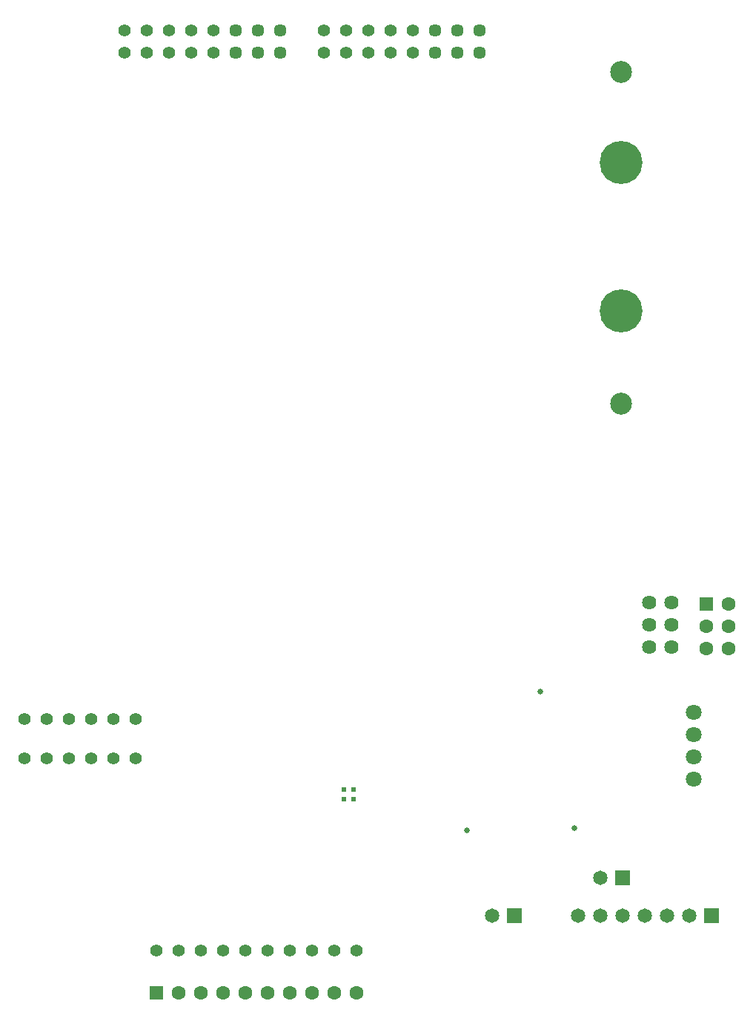
<source format=gbs>
G04*
G04 #@! TF.GenerationSoftware,Altium Limited,Altium Designer,18.1.9 (240)*
G04*
G04 Layer_Color=16711935*
%FSLAX24Y24*%
%MOIN*%
G70*
G01*
G75*
%ADD57C,0.0560*%
%ADD58C,0.0570*%
%ADD59C,0.0640*%
%ADD60C,0.1930*%
%ADD61C,0.0985*%
%ADD62R,0.0650X0.0650*%
%ADD63C,0.0650*%
%ADD64C,0.0630*%
%ADD65R,0.0630X0.0630*%
%ADD66R,0.0630X0.0630*%
%ADD67C,0.0709*%
%ADD68C,0.0239*%
%ADD69C,0.0249*%
D57*
X10988Y38990D02*
D03*
Y37990D02*
D03*
X11988Y38990D02*
D03*
Y37990D02*
D03*
X12988Y38990D02*
D03*
Y37990D02*
D03*
X13988Y38990D02*
D03*
Y37990D02*
D03*
X14988Y38990D02*
D03*
Y37990D02*
D03*
X12402Y-2362D02*
D03*
X13402D02*
D03*
X14402D02*
D03*
X15402D02*
D03*
X16402D02*
D03*
X17402D02*
D03*
X18402D02*
D03*
X19402D02*
D03*
X20402D02*
D03*
X21402D02*
D03*
X19958Y38990D02*
D03*
Y37990D02*
D03*
X20958Y38990D02*
D03*
Y37990D02*
D03*
X21958Y38990D02*
D03*
Y37990D02*
D03*
X22958Y38990D02*
D03*
Y37990D02*
D03*
X23958Y38990D02*
D03*
Y37990D02*
D03*
X6470Y8040D02*
D03*
X7470D02*
D03*
X8470D02*
D03*
X9470D02*
D03*
X10470D02*
D03*
X11470D02*
D03*
X6472Y6280D02*
D03*
X7472D02*
D03*
X8472D02*
D03*
X9472D02*
D03*
X10472D02*
D03*
X11472D02*
D03*
D58*
X15988Y38990D02*
D03*
Y37990D02*
D03*
X16988Y38990D02*
D03*
Y37990D02*
D03*
X17988Y38990D02*
D03*
Y37990D02*
D03*
X24958Y38990D02*
D03*
Y37990D02*
D03*
X25958Y38990D02*
D03*
Y37990D02*
D03*
X26958Y38990D02*
D03*
Y37990D02*
D03*
D59*
X35585Y13270D02*
D03*
X34585D02*
D03*
X35585Y12270D02*
D03*
X34585D02*
D03*
X35585Y11270D02*
D03*
X34585D02*
D03*
D60*
X33331Y33048D02*
D03*
Y26374D02*
D03*
D61*
Y22230D02*
D03*
X33331Y37116D02*
D03*
D62*
X28500Y-790D02*
D03*
X33390Y910D02*
D03*
X37390Y-790D02*
D03*
D63*
X27500D02*
D03*
X32390Y910D02*
D03*
X31390Y-790D02*
D03*
X32390D02*
D03*
X33390D02*
D03*
X34390D02*
D03*
X35390D02*
D03*
X36390D02*
D03*
D64*
X38150Y11220D02*
D03*
X37150D02*
D03*
X38150Y12220D02*
D03*
X37150D02*
D03*
X38150Y13220D02*
D03*
X13410Y-4240D02*
D03*
X15410D02*
D03*
X16410D02*
D03*
X17410D02*
D03*
X18410D02*
D03*
X19410D02*
D03*
X20410D02*
D03*
X21410D02*
D03*
X14410D02*
D03*
D65*
X37150Y13220D02*
D03*
D66*
X12410Y-4240D02*
D03*
D67*
X36590Y6340D02*
D03*
Y7340D02*
D03*
Y8340D02*
D03*
Y5340D02*
D03*
D68*
X20862Y4873D02*
D03*
X21295D02*
D03*
X20862Y4440D02*
D03*
X21295D02*
D03*
D69*
X31210Y3140D02*
D03*
X29667Y9296D02*
D03*
X26370Y3040D02*
D03*
M02*

</source>
